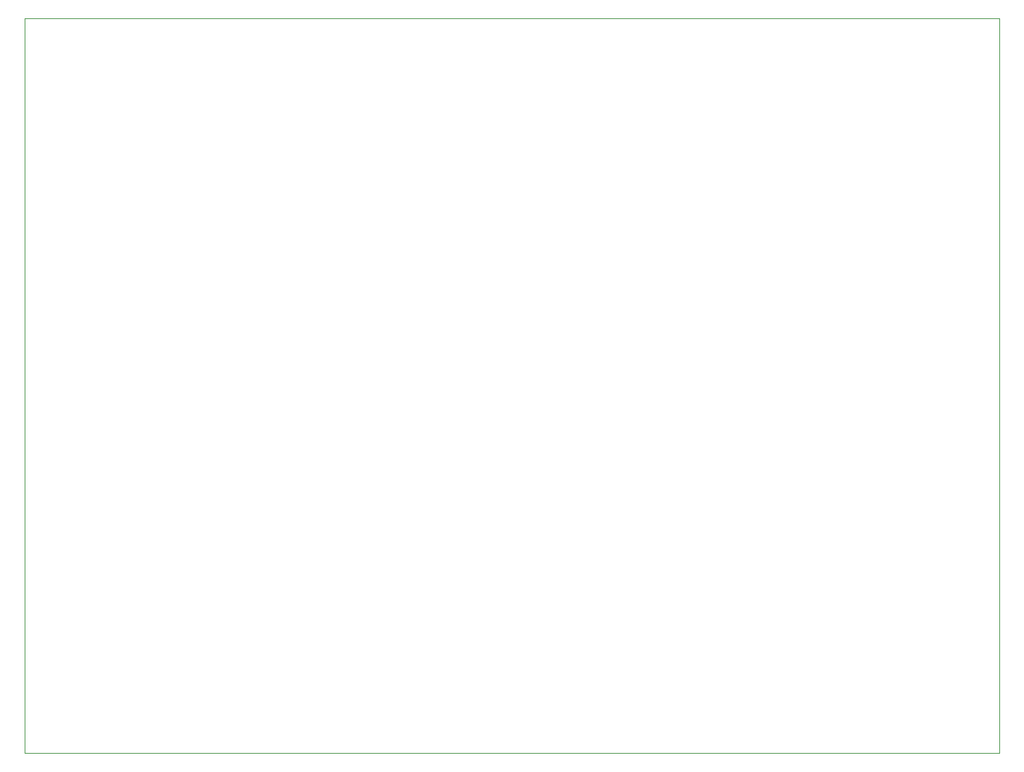
<source format=gbr>
%TF.GenerationSoftware,Altium Limited,Altium Designer,23.5.1 (21)*%
G04 Layer_Color=32768*
%FSLAX45Y45*%
%MOMM*%
%TF.SameCoordinates,DF551FB5-6F85-4ABD-ABAF-5ACF3DF1BB5E*%
%TF.FilePolarity,Positive*%
%TF.FileFunction,Other,Board_Outline*%
%TF.Part,Single*%
G01*
G75*
%TA.AperFunction,NonConductor*%
%ADD96C,0.10000*%
D96*
X1Y1D02*
X11710001D01*
X11710001Y8830001D02*
X11710001Y1D01*
X1Y8830001D02*
X11710001D01*
X0Y3D02*
Y8830003D01*
%TF.MD5,dac440694bc0c18667edb4469f91bc3b*%
M02*

</source>
